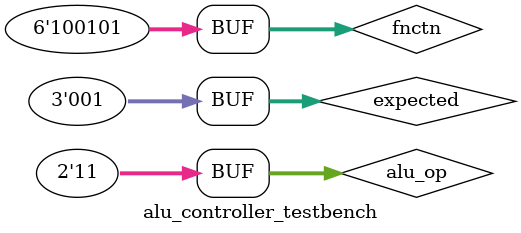
<source format=v>
`define DELAY 20
module alu_controller_testbench();
   reg [1:0] alu_op;
   reg [5:0] fnctn;
   reg [2:0] expected;
   wire tresult;
   wire [2:0] alu_code;

   alu_controller ac(alu_code, alu_op, fnctn);

   wire [2:0] t;

   xnor x0(t[0], alu_code[0], expected[0]);
   xnor x1(t[1], alu_code[1], expected[1]);
   xnor x2(t[2], alu_code[2], expected[2]);

   and1x3_1 ad0(tresult, t[0], t[1], t[2]);

   initial begin
      alu_op = 2'b00;
      fnctn = 6'b01_1001;
      expected = 3'b010;
      #`DELAY;
      alu_op = 2'b00;
      fnctn = 6'b01_1111;
      expected = 3'b010;
      #`DELAY;
      alu_op = 2'b01;
      fnctn = 6'b01_1111;
      expected = 3'b110;
      #`DELAY;
      alu_op = 2'b10;
      fnctn = 6'b01_1111;
      expected = 3'b001;
      #`DELAY;
      alu_op = 2'b10;
      fnctn = 6'b01_0101;
      expected = 3'b001;
      #`DELAY;
      alu_op = 2'b11;
      fnctn = 6'b10_0000;
      expected = 3'b010;
      #`DELAY;
      alu_op = 2'b11;
      fnctn = 6'b10_0010;
      expected = 3'b110;
      #`DELAY;
      alu_op = 2'b11;
      fnctn = 6'b10_0110;
      expected = 3'b011;
      #`DELAY;
      alu_op = 2'b11;
      fnctn = 6'b10_0100;
      expected = 3'b000;
      #`DELAY;
      alu_op = 2'b11;
      fnctn = 6'b10_0101;
      expected = 3'b001;
   end

   initial begin
      $monitor("time = %2d, alu_op=%b2, fnctn=%6b, alu_code=%3b, expected=%4b, tresult=%1b", $time, alu_op, fnctn, alu_code, expected, tresult);
   end

endmodule //alu_controller_testbench

</source>
